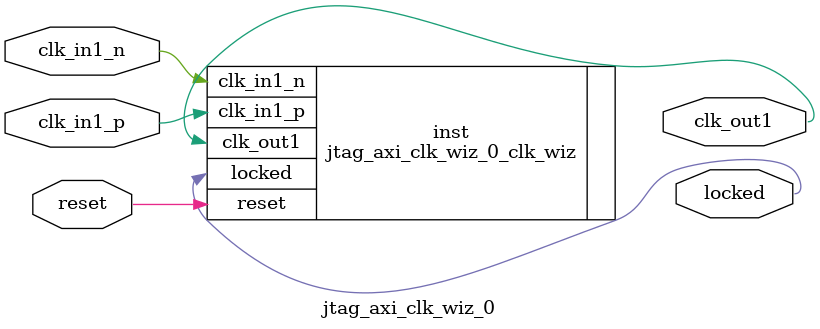
<source format=v>


`timescale 1ps/1ps

(* CORE_GENERATION_INFO = "jtag_axi_clk_wiz_0,clk_wiz_v5_3_3_0,{component_name=jtag_axi_clk_wiz_0,use_phase_alignment=true,use_min_o_jitter=false,use_max_i_jitter=false,use_dyn_phase_shift=false,use_inclk_switchover=false,use_dyn_reconfig=false,enable_axi=0,feedback_source=FDBK_AUTO,PRIMITIVE=MMCM,num_out_clk=1,clkin1_period=10.0,clkin2_period=10.0,use_power_down=false,use_reset=true,use_locked=true,use_inclk_stopped=false,feedback_type=SINGLE,CLOCK_MGR_TYPE=NA,manual_override=false}" *)

module jtag_axi_clk_wiz_0 
 (
  // Clock out ports
  output        clk_out1,
  // Status and control signals
  input         reset,
  output        locked,
 // Clock in ports
  input         clk_in1_p,
  input         clk_in1_n
 );

  jtag_axi_clk_wiz_0_clk_wiz inst
  (
  // Clock out ports  
  .clk_out1(clk_out1),
  // Status and control signals               
  .reset(reset), 
  .locked(locked),
 // Clock in ports
  .clk_in1_p(clk_in1_p),
  .clk_in1_n(clk_in1_n)
  );

endmodule

</source>
